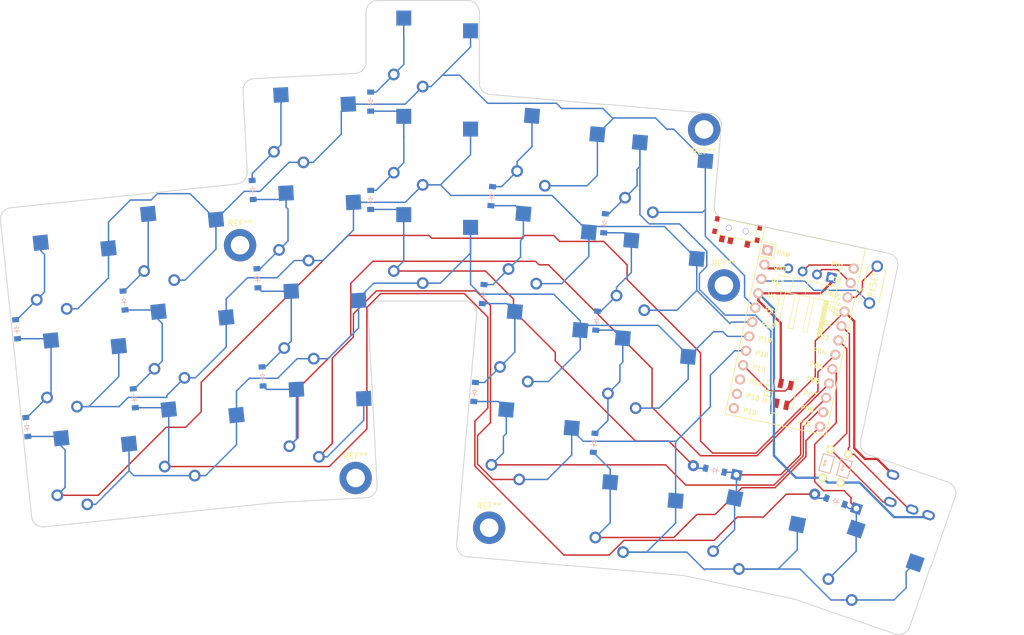
<source format=kicad_pcb>
(kicad_pcb (version 20211014) (generator pcbnew)
  (title_block (title "skyline_pcb") (rev "v1.0.0") (company "Unknown"))
  (layers (0 "F.Cu" signal) (31 "B.Cu" signal) (34 "B.Paste" user) (35 "F.Paste" user) (36 "B.SilkS" user "B.Silkscreen") (37 "F.SilkS" user "F.Silkscreen") (38 "B.Mask" user) (39 "F.Mask" user) (44 "Edge.Cuts" user))
  (net 0 "")
  (net 1 "P4")
  (net 2 "P19")
  (net 3 "P20")
  (net 4 "P21")
  (net 5 "P5")
  (net 6 "P6")
  (net 7 "P18")
  (net 8 "P7")
  (net 9 "P8")
  (net 10 "P9")
  (net 11 "RAW")
  (net 12 "GND")
  (net 13 "RST")
  (net 14 "VCC")
  (net 15 "P15")
  (net 16 "P14")
  (net 17 "P16")
  (net 18 "P10")
  (net 19 "P1")
  (net 20 "P0")
  (net 21 "P2")
  (net 22 "P3")
  (net 23 "undefined")
  (footprint "E73:SPDT_C128955" (layer "F.Cu") (at 254.194757 125.641025 -12)
    (fp_text reference "T1" hide)
    (fp_text value "" hide)
  )
  (footprint "PG1350" (layer "F.Cu") (at 181.532028 159.05791 3)
    (fp_text reference "S13" hide)
    (fp_text value "" hide)
  )
  (footprint "MountingHole:MountingHole_3.2mm_M3_DIN965_Pad_TopBottom" (layer "F.Cu") (at 248.471233 108.327154 180)
    (fp_text reference "REF**")
    (fp_text value "MountingHole_3.2mm_M3_DIN965_Pad_TopBottom")
  )
  (footprint "PG1350" (layer "F.Cu") (at 275.923471 184.133182 -19)
    (fp_text reference "S45" hide)
    (fp_text value "" hide)
  )
  (footprint "kbd:R" (layer "F.Cu") (at 269.660794 166.121763 74.5)
    (fp_text reference "**")
    (fp_text value "R" hide)
  )
  (footprint "PG1350" (layer "F.Cu") (at 199.796517 95.010842 180)
    (fp_text reference "S26" hide)
    (fp_text value "" hide)
  )
  (footprint "ComboDiode" (layer "F.Cu") (at 211.734067 119.865674 85)
    (fp_text reference "D12" hide)
    (fp_text value "" hide)
  )
  (footprint "ComboDiode" (layer "F.Cu") (at 172.099507 151.040582 93)
    (fp_text reference "D5" hide)
    (fp_text value "" hide)
  )
  (footprint "MountingHole:MountingHole_3.2mm_M3_DIN965_Pad_TopBottom" (layer "F.Cu") (at 168.206517 128.350842)
    (fp_text reference "REF**")
    (fp_text value "MountingHole_3.2mm_M3_DIN965_Pad_TopBottom")
  )
  (footprint "PG1350" (layer "F.Cu") (at 234.969044 175.552642 175)
    (fp_text reference "S42" hide)
    (fp_text value "" hide)
  )
  (footprint "ComboDiode" (layer "F.Cu") (at 149.912405 154.81593 96)
    (fp_text reference "D3" hide)
    (fp_text value "" hide)
  )
  (footprint "PG1350" (layer "F.Cu") (at 219.958995 129.117731 -5)
    (fp_text reference "S31" hide)
    (fp_text value "" hide)
  )
  (footprint "PG1350" (layer "F.Cu") (at 221.440643 112.182421 175)
    (fp_text reference "S34" hide)
    (fp_text value "" hide)
  )
  (footprint "PG1350" (layer "F.Cu") (at 240.111233 116.777154 175)
    (fp_text reference "S40" hide)
    (fp_text value "" hide)
  )
  (footprint "PG1350" (layer "F.Cu") (at 199.796517 129.010842 180)
    (fp_text reference "S22" hide)
    (fp_text value "" hide)
  )
  (footprint "ComboDiode" (layer "F.Cu") (at 148.135421 137.909057 96)
    (fp_text reference "D4" hide)
    (fp_text value "" hide)
  )
  (footprint "ComboDiode" (layer "F.Cu") (at 171.209795 134.06388 93)
    (fp_text reference "D6" hide)
    (fp_text value "" hide)
  )
  (footprint "PG1350" (layer "F.Cu") (at 216.9957 162.988351 175)
    (fp_text reference "S28" hide)
    (fp_text value "" hide)
  )
  (footprint "PG1350" (layer "F.Cu") (at 139.392279 150.391344 -174)
    (fp_text reference "S4" hide)
    (fp_text value "" hide)
  )
  (footprint "PG1350" (layer "F.Cu") (at 240.111233 116.777154 -5)
    (fp_text reference "S39" hide)
    (fp_text value "" hide)
  )
  (footprint "PG1350" (layer "F.Cu") (at 157.97461 145.421737 -174)
    (fp_text reference "S10" hide)
    (fp_text value "" hide)
  )
  (footprint "PG1350" (layer "F.Cu") (at 178.862894 108.127803 3)
    (fp_text reference "S19" hide)
    (fp_text value "" hide)
  )
  (footprint "ProMicro" (layer "F.Cu") (at 263.984509 144.465403 -102)
    (fp_text reference "MCU1" hide)
    (fp_text value "" hide)
  )
  (footprint "PG1350" (layer "F.Cu") (at 199.796517 129.010842)
    (fp_text reference "S21" hide)
    (fp_text value "" hide)
  )
  (footprint "PG1350" (layer "F.Cu") (at 199.796517 95.010842)
    (fp_text reference "S25" hide)
    (fp_text value "" hide)
  )
  (footprint "PG1350" (layer "F.Cu") (at 199.796517 112.010842)
    (fp_text reference "S23" hide)
    (fp_text value "" hide)
  )
  (footprint "PG1350" (layer "F.Cu") (at 139.392279 150.391344 6)
    (fp_text reference "S3" hide)
    (fp_text value "" hide)
  )
  (footprint "PG1350" (layer "F.Cu") (at 159.751594 162.328609 6)
    (fp_text reference "S7" hide)
    (fp_text value "" hide)
  )
  (footprint "LED_SMD:LED_SK6812MINI_PLCC4_3.5x3.5mm_P1.75mm" (layer "F.Cu") (at 262.221799 154.149531 78)
    (fp_text reference "REF**")
    (fp_text value "LED_SK6812MINI_PLCC4_3.5x3.5mm_P1.75mm")
  )
  (footprint "PG1350" (layer "F.Cu") (at 238.629585 133.712464 -5)
    (fp_text reference "S37" hide)
    (fp_text value "" hide)
  )
  (footprint "ComboDiode" (layer "F.Cu") (at 190.796517 103.510842 90)
    (fp_text reference "D9" hide)
    (fp_text value "" hide)
  )
  (footprint "MountingHole:MountingHole_3.2mm_M3_DIN965_Pad_TopBottom" (layer "F.Cu") (at 251.896517 135.310842)
    (fp_text reference "REF**")
    (fp_text value "MountingHole_3.2mm_M3_DIN965_Pad_TopBottom")
  )
  (footprint "kbd:R" (layer "F.Cu") (at 272.732437 166.953666 74.5)
    (fp_text reference "**")
    (fp_text value "R" hide)
  )
  (footprint "PG1350" (layer "F.Cu") (at 255.708661 178.590472 -12)
    (fp_text reference "S43" hide)
    (fp_text value "" hide)
  )
  (footprint "PG1350" (layer "F.Cu") (at 216.9957 162.988351 -5)
    (fp_text reference "S27" hide)
    (fp_text value "" hide)
  )
  (footprint "PG1350" (layer "F.Cu") (at 179.752605 125.104505 3)
    (fp_text reference "S17" hide)
    (fp_text value "" hide)
  )
  (footprint "ComboDiode" (layer "F.Cu") (at 231.24331 124.556256 85)
    (fp_text reference "D14" hide)
    (fp_text value "" hide)
  )
  (footprint "PG1350" (layer "F.Cu") (at 199.796517 112.010842 180)
    (fp_text reference "S24" hide)
    (fp_text value "" hide)
  )
  (footprint "ComboDiode" (layer "F.Cu") (at 250.33711 167.271945 168)
    (fp_text reference "D16" hide)
    (fp_text value "" hide)
  )
  (footprint "PG1350" (layer "F.Cu") (at 180.642317 142.081207 3)
    (fp_text reference "S15" hide)
    (fp_text value "" hide)
  )
  (footprint "PG1350" (layer "F.Cu") (at 156.197626 128.514865 -174)
    (fp_text reference "S12" hide)
    (fp_text value "" hide)
  )
  (footprint "PG1350" (layer "F.Cu") (at 141.169263 167.298216 -174)
    (fp_text reference "S2" hide)
    (fp_text value "" hide)
  )
  (footprint "MountingHole:MountingHole_3.2mm_M3_DIN965_Pad_TopBottom" (layer "F.Cu") (at 188.196517 168.610842)
    (fp_text reference "REF**")
    (fp_text value "MountingHole_3.2mm_M3_DIN965_Pad_TopBottom")
  )
  (footprint "PG1350" (layer "F.Cu") (at 218.477348 146.053041 -5)
    (fp_text reference "S29" hide)
    (fp_text value "" hide)
  )
  (footprint "PG1350" (layer "F.Cu") (at 181.532028 159.05791 -177)
    (fp_text reference "S14" hide)
    (fp_text value "" hide)
  )
  (footprint "PG1350" (layer "F.Cu") (at 137.615295 133.484472 6)
    (fp_text reference "S5" hide)
    (fp_text value "" hide)
  )
  (footprint "PG1350" (layer "F.Cu") (at 179.752605 125.104505 -177)
    (fp_text reference "S18" hide)
    (fp_text value "" hide)
  )
  (footprint "PG1350" (layer "F.Cu") (at 238.629585 133.712464 175)
    (fp_text reference "S38" hide)
    (fp_text value "" hide)
  )
  (footprint "ComboDiode" (layer "F.Cu") (at 170.384127 118.790649 93)
    (fp_text reference "D7" hide)
    (fp_text value "" hide)
  )
  (footprint "PG1350" (layer "F.Cu") (at 157.97461 145.421737 6)
    (fp_text reference "S9" hide)
    (fp_text value "" hide)
  )
  (footprint "ComboDiode" (layer "F.Cu") (at 229.870547 141.395489 85)
    (fp_text reference "D13" hide)
    (fp_text value "" hide)
  )
  (footprint "TRRS-PJ-320A-dual" (layer "F.Cu") (at 290.328663 176.084553 -109)
    (fp_text reference "REF**")
    (fp_text value "TRRS-PJ-320A-dual")
  )
  (footprint "ComboDiode" (layer "F.Cu") (at 210.252419 136.800984 85)
    (fp_text reference "D11" hide)
    (fp_text value "" hide)
  )
  (footprint "PG1350" (layer "F.Cu") (at 156.197626 128.514865 6)
    (fp_text reference "S11" hide)
    (fp_text value "" hide)
  )
  (footprint "PG1350" (layer "F.Cu") (at 180.642317 142.081207 -177)
    (fp_text reference "S16" hide)
    (fp_text value "" hide)
  )
  (footprint "kbd:ResetSW_1side" (layer "F.Cu") (at 277.735957 135.178925 -102)
    (fp_text reference "RSW1" hide)
    (fp_text value "SW_PUSH")
  )
  (footprint "PG1350" (layer "F.Cu") (at 178.862894 108.127803 -177)
    (fp_text reference "S20" hide)
    (fp_text value "" hide)
  )
  (footprint "PG1350" (layer "F.Cu") (at 159.751594 162.328609 -174)
    (fp_text reference "S8" hide)
    (fp_text value "" hide)
  )
  (footprint "ComboDiode" (layer "F.Cu") (at 208.770771 153.736294 85)
    (fp_text reference "D10" hide)
    (fp_text value "" hide)
  )
  (footprint "PG1350" (layer "F.Cu") (at 137.615295 133.484472 -174)
    (fp_text reference "S6" hide)
    (fp_text value "" hide)
  )
  (footprint "PG1350" (layer "F.Cu") (at 141.169263 167.298216 6)
    (fp_text reference "S1" hide)
    (fp_text value "" hide)
  )
  (footprint "PG1350" (layer "F.Cu") (at 237.147937 150.647774 -5)
    (fp_text reference "S35" hide)
    (fp_text value "" hide)
  )
  (footprint "Connector_PinHeader_2.54mm:PinHeader_1x04_P2.54mm_Horizontal" (layer "F.Cu") (at 270.482307 133.943202 -102)
    (fp_text reference "REF**")
    (fp_text value "PinHeader_1x04_P2.54mm_Horizontal")
  )
  (footprint "ComboDiode" (layer "F.Cu") (at 190.796517 120.510842 90)
    (fp_text reference "D8" hide)
    (fp_text value "" hide)
  )
  (footprint "PG1350" (layer "F.Cu") (at 237.147937 150.647774 175)
    (fp_text reference "S36" hide)
    (fp_text value "" hide)
  )
  (footprint "PG1350" (layer "F.Cu") (at 275.923471 184.133182 161)
    (fp_text reference "S46" hide)
    (fp_text value "" hide)
  )
  (footprint "MountingHole:MountingHole_3.2mm_M3_DIN965_Pad_TopBottom" (layer "F.Cu") (at 211.296517 177.210842)
    (fp_text reference "REF**")
    (fp_text value "MountingHole_3.2mm_M3_DIN965_Pad_TopBottom")
  )
  (footprint "ComboDiode" (layer "F.Cu") (at 271.203247 172.64381 161)
    (fp_text reference "D17" hide)
    (fp_text value "" hide)
  )
  (footprint "PG1350" (layer "F.Cu") (at 219.958995 129.117731 175)
    (fp_text reference "S32" hide)
    (fp_text value "" hide)
  )
  (footprint "PG1350" (layer "F.Cu") (at 218.477348 146.053041 175)
    (fp_text reference "S30" hide)
    (fp_text value "" hide)
  )
  (footprint "PG1350" (layer "F.Cu") (at 221.440643 112.182421 -5)
    (fp_text reference "S33" hide)
    (fp_text value "" hide)
  )
  (footprint "PG1350" (layer "F.Cu") (at 255.708661 178.590472 168)
    (fp_text reference "S44" hide)
    (fp_text value "" hide)
  )
  (footprint "ComboDiode" (layer "F.Cu") (at 229.452187 162.532452 85)
    (fp_text reference "D15" hide)
    (fp_text value "" hide)
  )
  (footprint "PG1350" (layer "F.Cu") (at 234.969044 175.552642 -5)
    (fp_text reference "S41" hide)
    (fp_text value "" hide)
  )
  (footprint "ComboDiode" (layer "F.Cu") (at 129.55309 142.878664 96)
    (fp_text reference "D2" hide)
    (fp_text value "" hide)
  )
  (footprint "ComboDiode" (layer "F.Cu") (at 131.330074 159.785536 96)
    (fp_text reference "D1" hide)
    (fp_text value "" hide)
  )
  (gr_line (start 208.017393 153.168472) (end 209.153287 140.185153) (layer "Edge.Cuts") (width 0.15))
  (gr_arc (start 276.842524 164.566368) (mid 275.752957 163.660176) (end 275.537365 162.259508) (layer "Edge.Cuts") (width 0.15))
  (gr_line (start 284.045198 194.333062) (end 287.659004 183.837805) (layer "Edge.Cuts") (width 0.15))
  (gr_line (start 244.644146 185.439702) (end 263.938993 189.540948) (layer "Edge.Cuts") (width 0.15))
  (gr_line (start 189.996517 96.634035) (end 189.996517 88.010842) (layer "Edge.Cuts") (width 0.15))
  (gr_line (start 168.709973 101.650289) (end 169.444425 115.664474) (layer "Edge.Cuts") (width 0.15))
  (gr_arc (start 207.482267 182.23243) (mid 206.124483 181.525618) (end 205.664188 180.065729) (layer "Edge.Cuts") (width 0.15))
  (gr_line (start 205.664188 180.065729) (end 207.930238 154.164667) (layer "Edge.Cuts") (width 0.15))
  (gr_line (start 190.89991 150.555981) (end 191.915227 169.929394) (layer "Edge.Cuts") (width 0.15))
  (gr_arc (start 207.160896 138.010841) (mid 208.635403 138.659698) (end 209.153287 140.185153) (layer "Edge.Cuts") (width 0.15))
  (gr_line (start 190.352748 140.115514) (end 190.847574 149.557351) (layer "Edge.Cuts") (width 0.15))
  (gr_arc (start 190.352748 140.115514) (mid 190.899257 138.63414) (end 192.350007 138.010842) (layer "Edge.Cuts") (width 0.15))
  (gr_arc (start 169.444424 115.664474) (mid 168.967972 117.068033) (end 167.656223 117.758189) (layer "Edge.Cuts") (width 0.15))
  (gr_line (start 174.547688 172.842333) (end 190.02264 172.031325) (layer "Edge.Cuts") (width 0.15))
  (gr_line (start 207.482266 182.23243) (end 224.716435 183.740224) (layer "Edge.Cuts") (width 0.15))
  (gr_arc (start 251.810386 123.68005) (mid 250.618452 122.913428) (end 250.23382 121.549444) (layer "Edge.Cuts") (width 0.15))
  (gr_line (start 231.688894 104.044648) (end 231.693252 103.994839) (layer "Edge.Cuts") (width 0.15))
  (gr_line (start 209.596517 100.279153) (end 209.596517 88.010842) (layer "Edge.Cuts") (width 0.15))
  (gr_arc (start 290.648371 169.320103) (mid 291.794841 170.334392) (end 291.888272 171.862276) (layer "Edge.Cuts") (width 0.15))
  (gr_line (start 126.771432 124.066371) (end 132.154648 175.284248) (layer "Edge.Cuts") (width 0.15))
  (gr_line (start 287.753556 183.870362) (end 291.888272 171.862276) (layer "Edge.Cuts") (width 0.15))
  (gr_line (start 224.719049 183.710338) (end 244.642943 185.453453) (layer "Edge.Cuts") (width 0.15))
  (gr_line (start 264.174306 189.606206) (end 281.503024 195.572962) (layer "Edge.Cuts") (width 0.15))
  (gr_line (start 244.644146 185.439702) (end 244.642943 185.453453) (layer "Edge.Cuts") (width 0.15))
  (gr_arc (start 280.401256 129.757228) (mid 281.662804 130.624236) (end 281.941728 132.129346) (layer "Edge.Cuts") (width 0.15))
  (gr_arc (start 249.624757 105.563642) (mid 250.982553 106.270448) (end 251.442834 107.730343) (layer "Edge.Cuts") (width 0.15))
  (gr_line (start 170.60256 99.548358) (end 188.101189 98.631294) (layer "Edge.Cuts") (width 0.15))
  (gr_line (start 145.756647 120.059927) (end 167.656223 117.758189) (layer "Edge.Cuts") (width 0.15))
  (gr_line (start 207.930238 154.164667) (end 208.017393 153.168472) (layer "Edge.Cuts") (width 0.15))
  (gr_line (start 151.557977 175.255893) (end 174.443303 172.850548) (layer "Edge.Cuts") (width 0.15))
  (gr_line (start 211.422205 102.271543) (end 231.688894 104.044648) (layer "Edge.Cuts") (width 0.15))
  (gr_arc (start 134.352748 177.064234) (mid 132.885051 176.629488) (end 132.154648 175.284248) (layer "Edge.Cuts") (width 0.15))
  (gr_arc (start 284.045198 194.333062) (mid 283.030904 195.479513) (end 281.503024 195.572962) (layer "Edge.Cuts") (width 0.15))
  (gr_line (start 224.719049 183.710338) (end 224.716435 183.740224) (layer "Edge.Cuts") (width 0.15))
  (gr_arc (start 174.443303 172.850548) (mid 174.495442 172.845757) (end 174.547688 172.842333) (layer "Edge.Cuts") (width 0.15))
  (gr_line (start 231.693252 103.994839) (end 249.624756 105.563642) (layer "Edge.Cuts") (width 0.15))
  (gr_line (start 280.401256 129.757227) (end 251.810386 123.68005) (layer "Edge.Cuts") (width 0.15))
  (gr_line (start 128.551419 121.86827) (end 145.756647 120.059928) (layer "Edge.Cuts") (width 0.15))
  (gr_line (start 134.352748 177.064235) (end 151.557977 175.255893) (layer "Edge.Cuts") (width 0.15))
  (gr_line (start 275.537365 162.259508) (end 281.941728 132.129346) (layer "Edge.Cuts") (width 0.15))
  (gr_line (start 190.847574 149.557351) (end 190.89991 150.555981) (layer "Edge.Cuts") (width 0.15))
  (gr_arc (start 189.996517 96.634035) (mid 189.447233 98.010697) (end 188.101189 98.631294) (layer "Edge.Cuts") (width 0.15))
  (gr_line (start 191.996517 86.010842) (end 207.596517 86.010842) (layer "Edge.Cuts") (width 0.15))
  (gr_arc (start 168.709973 101.650289) (mid 169.220953 100.207386) (end 170.60256 99.548358) (layer "Edge.Cuts") (width 0.15))
  (gr_line (start 192.350007 138.010842) (end 207.160897 138.010842) (layer "Edge.Cuts") (width 0.15))
  (gr_arc (start 189.996517 88.010842) (mid 190.582268 86.596575) (end 191.996517 86.010842) (layer "Edge.Cuts") (width 0.15))
  (gr_line (start 250.23382 121.549444) (end 251.442834 107.730343) (layer "Edge.Cuts") (width 0.15))
  (gr_arc (start 263.938993 189.540948) (mid 264.057646 189.569982) (end 264.174306 189.606206) (layer "Edge.Cuts") (width 0.15))
  (gr_line (start 287.659004 183.837805) (end 287.753556 183.870362) (layer "Edge.Cuts") (width 0.15))
  (gr_arc (start 191.915227 169.929394) (mid 191.404245 171.372306) (end 190.02264 172.031325) (layer "Edge.Cuts") (width 0.15))
  (gr_arc (start 207.596517 86.010842) (mid 209.010728 86.596615) (end 209.596517 88.010842) (layer "Edge.Cuts") (width 0.15))
  (gr_arc (start 126.771432 124.066371) (mid 127.206185 122.598675) (end 128.551419 121.86827) (layer "Edge.Cuts") (width 0.15))
  (gr_line (start 290.648371 169.320103) (end 276.842523 164.566368) (layer "Edge.Cuts") (width 0.15))
  (gr_arc (start 211.422206 102.271542) (mid 210.121989 101.630318) (end 209.596517 100.279153) (layer "Edge.Cuts") (width 0.15))
  (segment (start 257.434069 164.308216) (end 268.156026 153.586259) (width 0.25) (layer "F.Cu") (net 1))
  (segment (start 158.787973 159.839506) (end 161.489263 157.138216) (width 0.25) (layer "F.Cu") (net 1))
  (segment (start 222.449263 126.658216) (end 223.483828 127.692781) (width 0.25) (layer "F.Cu") (net 1))
  (segment (start 161.489263 157.138216) (end 161.489263 152.058216) (width 0.25) (layer "F.Cu") (net 1))
  (segment (start 217.369263 126.658216) (end 222.449263 126.658216) (width 0.25) (layer "F.Cu") (net 1))
  (segment (start 235.149263 134.278216) (end 247.849263 146.978216) (width 0.25) (layer "F.Cu") (net 1))
  (segment (start 268.156026 153.586259) (end 268.156026 150.279424) (width 0.25) (layer "F.Cu") (net 1))
  (segment (start 235.149263 131.738216) (end 235.149263 134.278216) (width 0.25) (layer "F.Cu") (net 1))
  (segment (start 247.849263 146.978216) (end 247.849263 162.218216) (width 0.25) (layer "F.Cu") (net 1))
  (segment (start 136.593862 171.600042) (end 143.673997 171.600042) (width 0.25) (layer "F.Cu") (net 1))
  (segment (start 216.891636 127.135843) (end 217.369263 126.658216) (width 0.25) (layer "F.Cu") (net 1))
  (segment (start 247.849263 162.218216) (end 249.939263 164.308216) (width 0.25) (layer "F.Cu") (net 1))
  (segment (start 268.156026 150.279424) (end 271.143512 147.291938) (width 0.25) (layer "F.Cu") (net 1))
  (segment (start 155.434533 159.839506) (end 158.787973 159.839506) (width 0.25) (layer "F.Cu") (net 1))
  (segment (start 271.143512 147.291938) (end 271.173946 147.291938) (width 0.25) (layer "F.Cu") (net 1))
  (segment (start 249.939263 164.308216) (end 257.434069 164.308216) (width 0.25) (layer "F.Cu") (net 1))
  (segment (start 201.368215 127.135843) (end 216.891636 127.135843) (width 0.25) (layer "F.Cu") (net 1))
  (segment (start 186.889263 126.658216) (end 200.890588 126.658216) (width 0.25) (layer "F.Cu") (net 1))
  (segment (start 143.673997 171.600042) (end 155.434533 159.839506) (width 0.25) (layer "F.Cu") (net 1))
  (segment (start 161.489263 152.058216) (end 186.889263 126.658216) (width 0.25) (layer "F.Cu") (net 1))
  (segment (start 231.103828 127.692781) (end 235.149263 131.738216) (width 0.25) (layer "F.Cu") (net 1))
  (segment (start 223.483828 127.692781) (end 231.103828 127.692781) (width 0.25) (layer "F.Cu") (net 1))
  (segment (start 200.890588 126.658216) (end 201.368215 127.135843) (width 0.25) (layer "F.Cu") (net 1))
  (segment (start 136.593862 171.600042) (end 137.940863 170.253041) (width 0.25) (layer "B.Cu") (net 1))
  (segment (start 137.940863 163.766539) (end 137.290259 163.115935) (width 0.25) (layer "B.Cu") (net 1))
  (segment (start 137.940863 170.253041) (end 137.940863 163.766539) (width 0.25) (layer "B.Cu") (net 1))
  (segment (start 131.502546 161.426497) (end 136.993615 161.426497) (width 0.25) (layer "B.Cu") (net 1))
  (segment (start 129.588489 141.237703) (end 133.039894 137.786298) (width 0.25) (layer "B.Cu") (net 1))
  (segment (start 134.816878 154.69317) (end 135.513275 153.996773) (width 0.25) (layer "B.Cu") (net 1))
  (segment (start 133.736291 129.302191) (end 133.736291 127.909397) (width 0.25) (layer "B.Cu") (net 1))
  (segment (start 129.380618 141.237703) (end 129.588489 141.237703) (width 0.25) (layer "B.Cu") (net 1))
  (segment (start 136.993615 161.426497) (end 137.290259 161.723141) (width 0.25) (layer "B.Cu") (net 1))
  (segment (start 135.513275 153.996773) (end 135.513275 144.816269) (width 0.25) (layer "B.Cu") (net 1))
  (segment (start 134.386895 136.439297) (end 134.386895 129.952795) (width 0.25) (layer "B.Cu") (net 1))
  (segment (start 135.216631 144.519625) (end 135.513275 144.816269) (width 0.25) (layer "B.Cu") (net 1))
  (segment (start 131.365473 158.144575) (end 134.816878 154.69317) (width 0.25) (layer "B.Cu") (net 1))
  (segment (start 137.290259 163.115935) (end 137.290259 161.723141) (width 0.25) (layer "B.Cu") (net 1))
  (segment (start 134.386895 129.952795) (end 133.736291 129.302191) (width 0.25) (layer "B.Cu") (net 1))
  (segment (start 129.725562 144.519625) (end 135.216631 144.519625) (width 0.25) (layer "B.Cu") (net 1))
  (segment (start 133.039894 137.786298) (end 134.386895 136.439297) (width 0.25) (layer "B.Cu") (net 1))
  (segment (start 131.157602 158.144575) (end 131.365473 158.144575) (width 0.25) (layer "B.Cu") (net 1))
  (segment (start 227.047693 143.038525) (end 227.872589 142.213629) (width 0.25) (layer "B.Cu") (net 2))
  (segment (start 236.633718 156.525323) (end 240.696187 156.525323) (width 0.25) (layer "B.Cu") (net 2))
  (segment (start 227.872589 142.213629) (end 240.544676 142.213629) (width 0.25) (layer "B.Cu") (net 2))
  (segment (start 191.336637 134.910842) (end 189.429263 136.818216) (width 0.25) (layer "B.Cu") (net 2))
  (segment (start 149.821472 168.196288) (end 160.368312 168.196288) (width 0.25) (layer "B.Cu") (net 2))
  (segment (start 227.047693 141.416646) (end 222.449263 136.818216) (width 0.25) (layer "B.Cu") (net 2))
  (segment (start 160.368312 168.196288) (end 162.246249 168.196288) (width 0.25) (layer "B.Cu") (net 2))
  (segment (start 180.951099 147.973121) (end 183.422388 147.973121) (width 0.25) (layer "B.Cu") (net 2))
  (segment (start 143.222821 173.165895) (end 149.00695 167.381766) (width 0.25) (layer "B.Cu") (net 2))
  (segment (start 188.709717 142.685792) (end 188.709717 137.903266) (width 0.25) (layer "B.Cu") (net 2))
  (segment (start 245.718282 147.387235) (end 245.718282 147.633258) (width 0.25) (layer "B.Cu") (net 2))
  (segment (start 252.549251 144.123363) (end 256.266976 144.123363) (width 0.25) (layer "B.Cu") (net 2))
  (segment (start 174.685452 151.370904) (end 178.083235 147.973121) (width 0.25) (layer "B.Cu") (net 2))
  (segment (start 149.00695 167.381766) (end 149.00695 162.703786) (width 0.25) (layer "B.Cu") (net 2))
  (segment (start 167.589281 157.734179) (end 167.589281 153.578198) (width 0.25) (layer "B.Cu") (net 2))
  (segment (start 240.544676 142.213629) (end 245.718282 147.387235) (width 0.25) (layer "B.Cu") (net 2))
  (segment (start 183.422388 147.973121) (end 188.709717 142.685792) (width 0.25) (layer "B.Cu") (net 2))
  (segment (start 209.749263 136.818216) (end 208.071517 135.14047) (width 0.25) (layer "B.Cu") (net 2))
  (segment (start 199.796517 134.910842) (end 191.336637 134.910842) (width 0.25) (layer "B.Cu") (net 2))
  (segment (start 221.531867 151.93059) (end 227.047693 146.414764) (width 0.25) (layer "B.Cu") (net 2))
  (segment (start 199.796517 134.910842) (end 202.863888 134.910842) (width 0.25) (layer "B.Cu") (net 2))
  (segment (start 222.449263 136.818216) (end 209.749263 136.818216) (width 0.25) (layer "B.Cu") (net 2))
  (segment (start 169.796575 151.370904) (end 174.685452 151.370904) (width 0.25) (layer "B.Cu") (net 2))
  (segment (start 208.071517 129.703213) (end 208.071517 125.260842) (width 0.25) (layer "B.Cu") (net 2))
  (segment (start 149.00695 167.381766) (end 149.821472 168.196288) (width 0.25) (layer "B.Cu") (net 2))
  (segment (start 167.589281 162.853256) (end 167.589281 157.734179) (width 0.25) (layer "B.Cu") (net 2))
  (segment (start 141.785981 173.165895) (end 143.222821 173.165895) (width 0.25) (layer "B.Cu") (net 2))
  (segment (start 162.246249 168.196288) (end 167.589281 162.853256) (width 0.25) (layer "B.Cu") (net 2))
  (segment (start 202.863888 134.910842) (end 208.071517 129.703213) (width 0.25) (layer "B.Cu") (net 2))
  (segment (start 251.743246 143.317358) (end 252.549251 144.123363) (width 0.25) (layer "B.Cu") (net 2))
  (segment (start 245.780029 147.633258) (end 250.095929 143.317358) (width 0.25) (layer "B.Cu") (net 2))
  (segment (start 227.047693 146.414764) (end 227.047693 143.038525) (width 0.25) (layer "B.Cu") (net 2))
  (segment (start 240.696187 156.525323) (end 245.718282 151.503228) (width 0.25) (layer "B.Cu") (net 2))
  (segment (start 227.047693 143.038525) (end 227.047693 141.416646) (width 0.25) (layer "B.Cu") (net 2))
  (segment (start 178.083235 147.973121) (end 180.951099 147.973121) (width 0.25) (layer "B.Cu") (net 2))
  (segment (start 208.071517 135.14047) (end 208.071517 125.260842) (width 0.25) (layer "B.Cu") (net 2))
  (segment (start 245.718282 151.503228) (end 245.718282 147.633258) (width 0.25) (layer "B.Cu") (net 2))
  (segment (start 167.589281 153.578198) (end 169.796575 151.370904) (width 0.25) (layer "B.Cu") (net 2))
  (segment (start 245.718282 147.633258) (end 245.780029 147.633258) (width 0.25) (layer "B.Cu") (net 2))
  (segment (start 250.095929 143.317358) (end 251.743246 143.317358) (width 0.25) (layer "B.Cu") (net 2))
  (segment (start 217.963129 151.93059) (end 221.531867 151.93059) (width 0.25) (layer "B.Cu") (net 2))
  (segment (start 155.55828 154.322464) (end 158.591328 151.289416) (width 0.25) (layer "B.Cu") (net 3))
  (segment (start 147.284012 156.259023) (end 148.877499 154.665536) (width 0.25) (layer "B.Cu") (net 3))
  (segment (start 228.52934 126.103215) (end 222.1629 119.736775) (width 0.25) (layer "B.Cu") (net 3))
  (segment (start 174.593935 133.982566) (end 177.580082 130.996419) (width 0.25) (layer "B.Cu") (net 3))
  (segment (start 142.048456 156.259023) (end 147.229966 151.077513) (width 0.25) (layer "B.Cu") (net 3))
  (segment (start 247.19993 136.168883) (end 252.929263 141.898216) (width 0.25) (layer "B.Cu") (net 3))
  (segment (start 180.061387 130.996419) (end 182.55106 130.996419) (width 0.25) (layer "B.Cu") (net 3))
  (segment (start 160.469265 151.289416) (end 165.812297 145.946384) (width 0.25) (layer "B.Cu") (net 3))
  (segment (start 187.820005 120.926564) (end 196.780795 120.926564) (width 0.25) (layer "B.Cu") (net 3))
  (segment (start 223.824366 134.99528) (end 219.444776 134.99528) (width 0.25) (layer "B.Cu") (net 3))
  (segment (start 208.071517 108.260842) (end 208.071517 112.703213) (width 0.25) (layer "B.Cu") (net 3))
  (segment (start 238.115366 139.590013) (end 243.7788 139.590013) (width 0.25) (layer "B.Cu") (net 3))
  (segment (start 204.689821 119.736775) (end 202.863888 117.910842) (width 0.25) (layer "B.Cu") (net 3))
  (segment (start 229.519297 125.113258) (end 228.52934 126.103215) (width 0.25) (layer "B.Cu") (net 3))
  (segment (start 243.7788 139.590013) (end 247.19993 136.168883) (width 0.25) (layer "B.Cu") (net 3))
  (segment (start 247.19993 130.697948) (end 247.19993 136.168883) (width 0.25) (layer "B.Cu") (net 3))
  (segment (start 158.591328 151.289416) (end 160.469265 151.289416) (width 0.25) (layer "B.Cu") (net 3))
  (segment (start 222.1629 119.736775) (end 204.689821 119.736775) (width 0.25) (layer "B.Cu") (net 3))
  (segment (start 169.468951 133.982566) (end 174.593935 133.982566) (width 0.25) (layer "B.Cu") (net 3))
  (segment (start 208.071517 112.703213) (end 202.863888 117.910842) (width 0.25) (layer "B.Cu") (net 3))
  (segment (start 165.812297 137.63922) (end 169.468951 133.982566) (width 0.25) (layer "B.Cu") (net 3))
  (segment (start 148.877499 154.665536) (end 155.55828 154.665536) (width 0.25) (layer "B.Cu") (net 3))
  (segment (start 241.61524 125.113258) (end 229.519297 125.113258) (width 0.25) (layer "B.Cu") (net 3))
  (segment (start 155.55828 154.665536) (end 155.55828 154.322464) (width 0.25) (layer "B.Cu") (net 3))
  (segment (start 140.008997 156.259023) (end 147.284012 156.259023) (width 0.25) (layer "B.Cu") (net 3))
  (segment (start 177.580082 130.996419) (end 180.061387 130.996419) (width 0.25) (layer "B.Cu") (net 3))
  (segment (start 187.820005 125.727474) (end 187.820005 120.926564) (width 0.25) (layer "B.Cu") (net 3))
  (segment (start 140.008997 156.259023) (end 142.048456 156.259023) (width 0.25) (layer "B.Cu") (net 3))
  (segment (start 196.780795 120.926564) (end 199.796517 117.910842) (width 0.25) (layer "B.Cu") (net 3))
  (segment (start 182.55106 130.996419) (end 187.820005 125.727474) (width 0.25) (layer "B.Cu") (net 3))
  (segment (start 247.19993 130.697948) (end 241.61524 125.113258) (width 0.25) (layer "B.Cu") (net 3))
  (segment (start 165.812297 145.946384) (end 165.812297 140.827307) (width 0.25) (layer "B.Cu") (net 3))
  (segment (start 228.52934 126.103215) (end 228.52934 130.290306) (width 0.25) (layer "B.Cu") (net 3))
  (segment (start 202.863888 117.910842) (end 199.796517 117.910842) (width 0.25) (layer "B.Cu") (net 3))
  (segment (start 253.188611 141.638868) (end 256.795072 141.638868) (width 0.25) (layer "B.Cu") (net 3))
  (segment (start 228.52934 130.290306) (end 223.824366 134.99528) (width 0.25) (layer "B.Cu") (net 3))
  (segment (start 147.229966 151.077513) (end 147.229966 145.796914) (width 0.25) (layer "B.Cu") (net 3))
  (segment (start 165.812297 140.827307) (end 165.812297 137.63922) (width 0.25) (layer "B.Cu") (net 3))
  (segment (start 252.929263 141.898216) (end 253.188611 141.638868) (width 0.25) (layer "B.Cu") (net 3))
  (segment (start 203.19004 98.954158) (end 208.071517 94.072682) (width 0.25) (layer "B.Cu") (net 4))
  (segment (start 159.54615 119.431272) (end 153.910965 119.431272) (width 0.25) (layer "B.Cu") (net 4))
  (segment (start 248.681578 113.762638) (end 243.196475 108.277535) (width 0.25) (layer "B.Cu") (net 4))
  (segment (start 206.190317 98.954158) (end 203.19004 98.954158) (width 0.25) (layer "B.Cu") (net 4))
  (segment (start 248.681578 126.809086) (end 255.469263 133.596771) (width 0.25) (layer "B.Cu") (net 4))
  (segment (start 158.692281 134.382544) (end 164.035313 129.039512) (width 0.25) (layer "B.Cu") (net 4))
  (segment (start 239.597014 122.654703) (end 248.195201 122.654703) (width 0.25) (layer "B.Cu") (net 4))
  (segment (start 232.72497 106.453923) (end 230.967991 104.696944) (width 0.25) (layer "B.Cu") (net 4))
  (segment (start 179.171676 114.019717) (end 176.667762 114.019717) (width 0.25) (layer "B.Cu") (net 4))
  (segment (start 149.243568 120.529483) (end 145.452982 124.320069) (width 0.25) (layer "B.Cu") (net 4))
  (segment (start 153.910965 119.431272) (end 152.812754 120.529483) (width 0.25) (layer "B.Cu") (net 4))
  (segment (start 168.917532 119.038216) (end 164.035313 123.920435) (width 0.25) (layer "B.Cu") (net 4))
  (segment (start 185.720799 109.136427) (end 185.720799 105.159357) (width 0.25) (layer "B.Cu") (net 4))
  (segment (start 164.035313 123.920435) (end 159.54615 119.431272) (width 0.25) (layer "B.Cu") (net 4))
  (segment (start 230.967991 104.696944) (end 223.834221 104.696944) (width 0.25) (layer "B.Cu") (net 4))
  (segment (start 232.840677 106.338216) (end 232.72497 106.453923) (width 0.25) (layer "B.Cu") (net 4))
  (segment (start 171.649263 119.038216) (end 168.917532 119.038216) (width 0.25) (layer "B.Cu") (net 4))
  (segment (start 140.10995 139.352151) (end 145.452982 134.009119) (width 0.25) (layer "B.Cu") (net 4))
  (segment (start 248.195201 122.654703) (end 248.681578 122.168326) (width 0.25) (layer "B.Cu") (net 4))
  (segment (start 241.995772 108.277535) (end 240.056453 106.338216) (width 0.25) (layer "B.Cu") (net 4))
  (segment (start 138.232013 139.352151) (end 140.10995 139.352151) (width 0.25) (layer "B.Cu") (net 4))
  (segment (start 179.171676 114.019717) (end 180.837509 114.019717) (width 0.25) (layer "B.Cu") (net 4))
  (segment (start 208.071517 94.072682) (end 208.071517 91.260842) (width 0.25) (layer "B.Cu") (net 4))
  (segment (start 243.196475 108.277535) (end 241.995772 108.277535) (width 0.25) (layer "B.Cu") (net 4))
  (segment (start 228.221769 118.05997) (end 230.010988 116.270751) (width 0.25) (layer "B.Cu") (net 4))
  (segment (start 201.233357 100.910842) (end 203.19004 98.954158) (width 0.25) (layer "B.Cu") (net 4))
  (segment (start 248.681578 113.762638) (end 248.681578 122.168326) (width 0.25) (layer "B.Cu") (net 4))
  (segment (start 223.834221 104.696944) (end 222.935493 103.798216) (width 0.25) (layer "B.Cu") (net 4))
  (segment (start 232.72497 106.453923) (end 230.010988 109.167905) (width 0.25) (layer "B.Cu") (net 4))
  (segment (start 255.469263 133.596771) (end 255.469263 137.300469) (width 0.25) (layer "B.Cu") (net 4))
  (segment (start 176.667762 114.019717) (end 171.649263 119.038216) (width 0.25) (layer "B.Cu") (net 4))
  (segment (start 248.681578 122.168326) (end 248.681578 126.809086) (width 0.25) (layer "B.Cu") (net 4))
  (segment (start 196.757497 103.949862) (end 199.796517 100.910842) (width 0.25) (layer "B.Cu") (net 4))
  (segment (start 186.930294 103.949862) (end 196.757497 103.949862) (width 0.25) (layer "B.Cu") (net 4))
  (segment (start 145.452982 124.320069) (end 145.452982 128.890042) (width 0.25) (layer "B.Cu") (net 4))
  (segment (start 145.452982 134.009119) (end 145.452982 128.890042) (width 0.25) (layer "B.Cu") (net 4))
  (segment (start 156.814344 134.382544) (end 158.692281 134.382544) (width 0.25) (layer "B.Cu") (net 4))
  (segment (start 240.056453 106.338216) (end 232.840677 106.338216) (width 0.25) (layer "B.Cu") (net 4))
  (segment (start 255.469263 137.300469) (end 257.323168 139.154374) (width 0.25) (layer "B.Cu") (net 4))
  (segment (start 164.035313 129.039512) (end 164.035313 123.920435) (width 0.25) (layer "B.Cu") (net 4))
  (segment (start 199.796517 100.910842) (end 201.233357 100.910842) (width 0.25) (layer "B.Cu") (net 4))
  (segment (start 220.926424 118.05997) (end 228.221769 118.05997) (width 0.25) (layer "B.Cu") (net 4))
  (segment (start 206.190317 98.954158) (end 211.034375 103.798216) (width 0.25) (layer "B.Cu") (net 4))
  (segment (start 185.720799 105.159357) (end 186.930294 103.949862) (width 0.25) (layer "B.Cu") (net 4))
  (segment (start 152.812754 120.529483) (end 149.243568 120.529483) (width 0.25) (layer "B.Cu") (net 4))
  (segment (start 180.837509 114.019717) (end 185.720799 109.136427) (width 0.25) (layer "B.Cu") (net 4))
  (segment (start 230.010988 116.270751) (end 230.010988 109.167905) (width 0.25) (layer "B.Cu") (net 4))
  (segment (start 222.935493 103.798216) (end 211.034375 103.798216) (width 0.25) (layer "B.Cu") (net 4))
  (segment (start 183.642872 166.630435) (end 190.142325 160.130982) (width 0.25) (layer "F.Cu") (net 5))
  (segment (start 208.825159 158.778148) (end 208.825159 166.546922) (width 0.25) (layer "F.Cu") (net 5))
  (segment (start 206.975584 136.704079) (end 211.065772 140.794267) (width 0.25) (layer "F.Cu") (net 5))
  (segment (start 273.884304 172.962856) (end 274.805673 173.884225) (width 0.25) (layer "F.Cu") (net 5))
  (segment (start 273.884304 172.009078) (end 273.884304 172.962856) (width 0.25) (layer "F.Cu") (net 5))
  (segment (start 267.600821 169.269774) (end 269.124267 170.79322) (width 0.25) (layer "F.Cu") (net 5))
  (segment (start 267.600821 162.786658) (end 267.600821 169.269774) (width 0.25) (layer "F.Cu") (net 5))
  (segment (start 208.825159 166.546922) (end 224.215772 181.937535) (width 0.25) (layer "F.Cu") (net 5))
  (segment (start 155.176193 166.630435) (end 183.642872 166.630435) (width 0.25) (layer "F.Cu") (net 5))
  (segment (start 234.59102 179.397535) (end 250.197558 179.397535) (width 0.25) (layer "F.Cu") (net 5))
  (segment (start 262.689912 171.403395) (end 267.600821 171.403395) (width 0.25) (layer "F.Cu") (net 5))
  (segment (start 224.215772 181.937535) (end 232.05102 181.937535) (width 0.25) (layer "F.Cu") (net 5))
  (segment (start 271.319054 159.068425) (end 267.600821 162.786658) (width 0.25) (layer "F.Cu") (net 5))
  (segment (start 272.668446 170.79322) (end 273.884304 172.009078) (width 0.25) (layer "F.Cu") (net 5))
  (segment (start 192.544964 136.704079) (end 206.975584 136.704079) (width 0.25) (layer "F.Cu") (net 5))
  (segment (start 211.065772 140.794267) (end 211.065772 156.537535) (width 0.25) (layer "F.Cu") (net 5))
  (segment (start 258.73173 175.361577) (end 262.689912 171.403395) (width 0.25) (layer "F.Cu") (net 5))
  (segment (start 271.319054 150.449636) (end 271.319054 159.068425) (width 0.25) (layer "F.Cu") (net 5))
  (segment (start 250.197558 179.397535) (end 254.233516 175.361577) (width 0.25) (layer "F.Cu") (net 5))
  (segment (start 190.142325 139.106718) (end 192.544964 136.704079) (width 0.25) (layer "F.Cu") (net 5))
  (segment (start 254.233516 175.361577) (end 258.73173 175.361577) (width 0.25) (layer "F.Cu") (net 5))
  (segment (start 211.065772 156.537535) (end 208.825159 158.778148) (width 0.25) (layer "F.Cu") (net 5))
  (segment (start 232.05102 181.937535) (end 234.59102 179.397535) (width 0.25) (layer "F.Cu") (net 5))
  (segment (start 270.64585 149.776432) (end 271.319054 150.449636) (width 0.25) (layer "F.Cu") (net 5))
  (segment (start 190.142325 160.130982) (end 190.142325 139.106718) (width 0.25) (layer "F.Cu") (net 5))
  (segment (start 269.124267 170.79322) (end 272.668446 170.79322) (width 0.25) (layer "F.Cu") (net 5))
  (segment (start 269.958719 186.098312) (end 274.764028 181.293003) (width 0.25) (layer "B.Cu") (net 5))
  (segment (start 148.307893 139.550018) (end 153.798962 139.550018) (width 0.25) (layer "B.Cu") (net 5))
  (segment (start 274.805673 173.884225) (end 273.466581 173.884225) (width 0.25) (layer "B.Cu") (net 5))
  (segment (start 274.805673 173.884225) (end 274.805673 177.399466) (width 0.25) (layer "B.Cu") (net 5))
  (segment (start 149.739933 153.174969) (end 149.947803 153.174969) (width 0.25) (layer "B.Cu") (net 5))
  (segment (start 154.74621 141.89006) (end 154.095606 141.239456) (width 0.25) (layer "B.Cu") (net 5))
  (segment (start 274.764028 181.293003) (end 274.764028 177.441111) (width 0.25) (layer "B.Cu") (net 5))
  (segment (start 274.805673 177.399466) (end 274.764028 177.441111) (width 0.25) (layer "B.Cu") (net 5))
  (segment (start 148.17082 136.268096) (end 151.622225 132.816691) (width 0.25) (layer "B.Cu") (net 5))
  (segment (start 151.622225 132.816691) (end 152.318622 132.120294) (width 0.25) (layer "B.Cu") (net 5))
  (segment (start 155.575947 156.456891) (end 155.87259 156.753534) (width 0.25) (layer "B.Cu") (net 5))
  (segment (start 152.318622 132.120294) (end 152.318622 122.93979) (width 0.25) (layer "B.Cu") (net 5))
  (segment (start 155.176193 166.630435) (end 155.87259 165.934038) (width 0.25) (layer "B.Cu") (net 5))
  (segment (start 155.87259 165.934038) (end 155.87259 156.753534) (width 0.25) (layer "B.Cu") (net 5))
  (segment (start 269.643141 172.106623) (end 268.304049 172.106623) (width 0.25) (layer "B.Cu") (net 5))
  (segment (start 153.399209 149.723563) (end 154.74621 148.376562) (width 0.25) (layer "B.Cu") (net 5))
  (segment (start 150.084877 156.456891) (end 155.575947 156.456891) (width 0.25) (layer "B.Cu") (net 5))
  (segment (start 147.962949 136.268096) (end 148.17082 136.268096) (width 0.25) (layer "B.Cu") (net 5))
  (segment (start 273.466581 173.884225) (end 272.763353 173.180997) (width 0.25) (layer "B.Cu") (net 5))
  (segment (start 154.095606 141.239456) (end 154.095606 139.846662) (width 0.25) (layer "B.Cu") (net 5))
  (segment (start 153.798962 139.550018) (end 154.095606 139.846662) (width 0.25) (layer "B.Cu") (net 5))
  (segment (start 154.74621 148.376562) (end 154.74621 141.89006) (width 0.25) (layer "B.Cu") (net 5))
  (segment (start 268.304049 172.106623) (end 267.600821 171.403395) (width 0.25) (layer "B.Cu") (net 5))
  (segment (start 149.947803 153.174969) (end 153.399209 149.723563) (width 0.25) (layer "B.Cu") (net 5))
  (segment (start 247.849263 164.758216) (end 257.620465 164.758216) (width 0.25) (layer "F.Cu") (net 6))
  (segment (start 219.297539 131.126492) (end 219.909263 131.738216) (width 0.25) (layer "F.Cu") (net 6))
  (segment (start 219.909263 131.738216) (end 221.542835 131.738216) (width 0.25) (layer "F.Cu") (net 6))
  (segment (start 187.36068 134.93111) (end 191.165298 131.126492) (width 0.25) (layer "F.Cu") (net 6))
  (segment (start 187.36068 144.034829) (end 187.36068 134.93111) (width 0.25) (layer "F.Cu") (net 6))
  (segment (start 178.208129 161.64401) (end 178.208129 153.18738) (width 0.25) (layer "F.Cu") (net 6))
  (segment (start 239.462531 149.657912) (end 239.462531 156.371484) (width 0.25) (layer "F.Cu") (net 6))
  (segment (start 221.542835 131.738216) (end 239.462531 149.657912) (width 0.25) (layer "F.Cu") (net 6))
  (segment (start 239.462531 156.371484) (end 247.849263 164.758216) (width 0.25) (layer "F.Cu") (net 6))
  (segment (start 257.620465 164.758216) (end 270.117754 152.260927) (width 0.25) (layer "F.Cu") (net 6))
  (segment (start 191.165298 131.126492) (end 219.297539 131.126492) (width 0.25) (layer "F.Cu") (net 6))
  (segment (start 178.208129 153.18738) (end 187.36068 144.034829) (width 0.25) (layer "F.Cu") (net 6))
  (segment (start 176.737757 163.114382) (end 178.208129 161.64401) (width 0.25) (layer "F.Cu") (net 6))
  (segment (start 172.013153 149.392843) (end 172.592882 149.392843) (width 0.25) (layer "B.Cu") (net 6))
  (segment (start 172.185861 152.688321) (end 172.785005 153.287465) (width 0.25) (layer "B.Cu") (net 6))
  (segment (start 176.737757 163.114382) (end 177.950117 161.902022) (width 0.25) (layer "B.Cu") (net 6))
  (segment (start 172.785005 153.287465) (end 177.950117 153.287465) (width 0.25) (layer "B.Cu") (net 6))
  (segment (start 176.501613 127.617698) (end 176.501613 122.089699) (width 0.25) (layer "B.Cu") (net 6))
  (segment (start 176.170694 121.75878) (end 176.170694 119.33406) (width 0.25) (layer "B.Cu") (net 6))
  (segment (start 171.70317 132.416141) (end 174.958334 129.160977) (width 0.25) (layer "B.Cu") (net 6))
  (segment (start 171.895292 136.310762) (end 171.296149 135.711619) (width 0.25) (layer "B.Cu") (net 6))
  (segment (start 174.068623 112.184275) (end 175.280983 110.971915) (width 0.25) (layer "B.Cu") (net 6))
  (segment (start 174.958334 129.160977) (end 176.501613 127.617698) (width 0.25) (layer "B.Cu") (net 6))
  (segment (start 171.123441 132.416141) (end 171.70317 132.416141) (width 0.25) (layer "B.Cu") (net 6))
  (segment (start 170.297773 115.955125) (end 174.068623 112.184275) (width 0.25) (layer "B.Cu") (net 6))
  (segment (start 177.950117 161.902022) (end 177.950117 153.287465) (width 0.25) (layer "B.Cu") (net 6))
  (segment (start 170.297773 117.14291) (end 170.297773 115.955125) (width 0.25) (layer "B.Cu") (net 6))
  (segment (start 172.592882 149.392843) (end 175.848046 146.137679) (width 0.25) (layer "B.Cu") (net 6))
  (segment (start 177.060406 144.925319) (end 177.060406 136.310762) (width 0.25) (layer "B.Cu") (net 6))
  (segment (start 175.066366 120.438388) (end 176.170694 119.33406) (width 0.25) (layer "B.Cu") (net 6))
  (segment (start 175.280983 110.971915) (end 175.280983 102.357358) (width 0.25) (layer "B.Cu") (net 6))
  (segment (start 176.501613 122.089699) (end 176.170694 121.75878) (width 0.25) (layer "B.Cu") (net 6))
  (segment (start 175.848046 146.137679) (end 177.060406 144.925319) (width 0.25) (layer "B.Cu") (net 6))
  (segment (start 177.060406 136.310762) (end 171.895292 136.310762) (width 0.25) (layer "B.Cu") (net 6))
  (segment (start 170.470481 120.438388) (end 175.066366 120.438388) (width 0.25) (layer "B.Cu") (net 6))
  (segment (start 187.81068 140.22029) (end 191.776891 136.254079) (width 0.25) (layer "F.Cu") (net 7))
  (segment (start 181.84081 164.949824) (end 184.149986 162.640648) (width 0.25) (layer "F.Cu") (net 7))
  (segment (start 211.945504 168.8659) (end 216.481481 168.8659) (width 0.25) (layer "F.Cu") (net 7))
  (segment (start 209.012316 136.254079) (end 211.515772 138.757535) (width 0.25) (layer "F.Cu") (net 7))
  (segment (start 211.515772 159.04248) (end 209.275159 161.283093) (width 0.25) (layer "F.Cu") (net 7))
  (segment (start 211.515772 138.757535) (end 211.515772 159.04248) (width 0.25) (layer "F.Cu") (net 7))
  (segment (start 191.776891 136.254079) (end 209.012316 136.254079) (width 0.25) (layer "F.Cu") (net 7))
  (segment (start 209.275159 161.283093) (end 209.275159 166.195555) (width 0.25) (layer "F.Cu") (net 7))
  (segment (start 184.149986 147.881919) (end 187.81068 144.221225) (width 0.25) (layer "F.Cu") (net 7))
  (segment (start 187.81068 144.221225) (end 187.81068 140.22029) (width 0.25) (layer "F.Cu") (net 7))
  (segment (start 184.149986 162.640648) (end 184.149986 147.881919) (width 0.25) (layer "F.Cu") (net 7))
  (segment (start 209.275159 166.195555) (end 211.945504 168.8659) (width 0.25) (layer "F.Cu") (net 7))
  (segment (start 270.407807 189.711742) (end 274.002619 189.711742) (width 0.25) (layer "B.Cu") (net 7))
  (segment (start 243.598182 162.261495) (end 249.546824 156.312853) (width 0.25) (layer "B.Cu") (net 7))
  (segment (start 265.057608 184.361543) (end 270.407807 189.711742) (width 0.25) (layer "B.Cu") (net 7))
  (segment (start 243.598182 162.261495) (end 243.539389 162.320288) (width 0.25) (layer "B.Cu") (net 7))
  (segment (start 264.582501 181.044978) (end 264.582501 176.642888) (width 0.25) (layer "B.Cu") (net 7))
  (segment (start 254.481982 184.361543) (end 265.057608 184.361543) (width 0.25) (layer "B.Cu") (net 7))
  (segment (start 283.409263 184.840819) (end 284.968518 183.281564) (width 0.25) (layer "B.Cu") (net 7))
  (segment (start 248.678851 184.361543) (end 254.481982 184.361543) (width 0.25) (layer "B.Cu") (net 7))
  (segment (start 216.481481 168.8659) (end 221.344272 168.8659) (width 0.25) (layer "B.Cu") (net 7))
  (segment (start 221.344272 168.8659) (end 225.566045 164.644127) (width 0.25) (layer "B.Cu") (net 7))
  (segment (start 225.566045 159.973835) (end 225.566045 160.254998) (width 0.25) (layer "B.Cu") (net 7))
  (segment (start 225.566045 164.644127) (end 225.566045 159.973835) (width 0.25) (layer "B.Cu") (net 7))
  (segment (start 183.27765 164.949824) (end 189.599428 158.628046) (width 0.25) (layer "B.Cu") (net 7))
  (segment (start 261.265936 184.361543) (end 264.582501 181.044978) (width 0.25) (layer "B.Cu") (net 7))
  (segment (start 274.002619 189.711742) (end 281.315737 189.711742) (width 0.25) (layer "B.Cu") (net 7))
  (segment (start 281.315737 189.711742) (end 283.409263 187.618216) (width 0.25) (layer "B.Cu") (net 7))
  (segment (start 243.539389 176.408096) (end 238.517294 181.430191) (width 0.25) (layer "B.Cu") (net 7))
  (segment (start 189.599428 158.628046) (end 189.599428 154.879969) (width 0.25) (layer "B.Cu") (net 7))
  (segment (start 227.572542 162.261495) (end 243.598182 162.261495) (width 0.25) (layer "B.Cu") (net 7))
  (segment (start 225.566045 160.254998) (end 227.572542 162.261495) (width 0.25) (layer "B.Cu") (net 7))
  (segment (start 249.546824 156.312853) (end 249.546824 150.821798) (width 0.25) (layer "B.Cu") (net 7))
  (segment (start 245.470059 181.430191) (end 248.540131 184.500263) (width 0.25) (layer "B.Cu") (net 7))
  (segment (start 249.546824 150.821798) (end 253.760764 146.607858) (width 0.25) (layer "B.Cu") (net 7))
  (segment (start 254.481982 184.361543) (end 261.265936 184.361543) (width 0.25) (layer "B.Cu") (net 7))
  (segment (start 181.84081 164.949824) (end 183.27765 164.949824) (width 0.25) (layer "B.Cu") (net 7))
  (segment (start 243.539389 172.538126) (end 243.539389 176.408096) (width 0.25) (layer "B.Cu") (net 7))
  (segment (start 238.517294 181.430191) (end 234.454825 181.430191) (width 0.25) (layer "B.Cu") (net 7))
  (segment (start 243.539389 162.320288) (end 243.539389 172.538126) (width 0.25) (layer "B.Cu") (net 7))
  (segment (start 253.760764 146.607858) (end 255.738881 146.607858) (width 0.25) (layer "B.Cu") (net 7))
  (segment (start 248.540131 184.500263) (end 248.678851 184.361543) (width 0.25) (layer "B.Cu") (net 7))
  (segment (start 283.409263 187.618216) (end 283.409263 184.840819) (width 0.25) (layer "B.Cu") (net 7))
  (segment (start 234.454825 181.430191) (end 245.470059 181.430191) (width 0.25) (layer "B.Cu") (net 7))
  (segment (start 194.796517 132.810842) (end 210.649079 132.810842) (width 0.25) (layer "F.Cu") (net 8))
  (segment (start 261.686994 168.064089) (end 265.179263 164.57182) (width 0.25) (layer "F.Cu") (net 8))
  (segment (start 236.596398 162.218216) (end 242.348783 162.218216) (width 0.25) (layer "F.Cu") (net 8))
  (segment (start 210.649079 132.810842) (end 215.501374 137.663137) (width 0.25) (layer "F.Cu") (net 8))
  (segment (start 222.730518 148.352336) (end 236.596398 162.218216) (width 0.25) (layer "F.Cu") (net 8))
  (segment (start 265.179263 159.155818) (end 269.589659 154.745422) (width 0.25) (layer "F.Cu") (net 8))
  (segment (start 215.501374 139.657419) (end 222.730518 146.886563) (width 0.25) (layer "F.Cu") (net 8))
  (segment (start 242.348783 162.218216) (end 246.610368 166.479801) (width 0.25) (layer "F.Cu") (net 8))
  (segment (start 222.730518 146.886563) (end 222.730518 148.352336) (width 0.25) (layer "F.Cu") (net 8))
  (segment (start 215.501374 137.663137) (end 215.501374 139.657419) (width 0.25) (layer "F.Cu") (net 8))
  (segment (start 265.179263 164.57182) (end 265.179263 159.155818) (width 0.25) (layer "F.Cu") (net 8))
  (segment (start 254.063852 168.064089) (end 261.686994 168.064089) (width 0.25) (layer "F.Cu") (net 8))
  (segment (start 247.059458 166.928891) (end 246.610368 166.479801) (width 0.25) (layer "B.Cu") (net 8))
  (segment (start 190.796517 101.860842) (end 191.746517 101.860842) (width 0.25) (layer "B.Cu") (net 8))
  (segment (start 248.723166 166.928891) (end 247.059458 166.928891) (width 0.25) (layer "B.Cu") (net 8))
  (segment (start 196.537987 92.527312) (end 196.521517 92.510842) (width 0.25) (layer "B.Cu") (net 8))
  (segment (start 251.951054 167.614999) (end 253.614762 167.614999) (width 0.25) (layer "B.Cu") (net 8))
  (segment (start 190.796517 122.160842) (end 195.621517 122.160842) (width 0.25) (layer "B.Cu") (net 8))
  (segment (start 196.521517 123.060842) (end 196.521517 131.085842) (width 0.25) (layer "B.Cu") (net 8))
  (segment (start 191.746517 118.860842) (end 194.796517 115.810842) (width 0.25) (layer "B.Cu") (net 8))
  (segment (start 254.063852 168.064089) (end 254.063852 171.768033) (width 0.25) (layer "B.Cu") (net 8))
  (segment (start 191.746517 101.860842) (end 194.796517 98.810842) (width 0.25) (layer "B.Cu") (net 8))
  (segment (start 190.796517 105.160842) (end 195.621517 105.160842) (width 0.25) (layer "B.Cu") (net 8))
  (segment (start 196.521517 109.510842) (end 196.521517 106.060842) (width 0.25) (layer "B.Cu") (net 8))
  (segment (start 196.521517 92.510842) (end 196.521517 89.060842) (width 0.25) (layer "B.Cu") (net 8))
  (segment (start 253.614762 167.614999) (end 254.063852 168.064089) (width 0.25) (layer "B.Cu") (net 8))
  (segment (start 196.521517 131.085842) (end 194.796517 132.810842) (width 0.25) (layer "B.Cu") (net 8))
  (segment (start 195.621517 105.160842) (end 196.521517 106.060842) (width 0.25) (layer "B.Cu") (net 8))
  (segment (start 253.742302 177.553431) (end 253.742302 172.089583) (width 0.25) (layer "B.Cu") (net 8))
  (segment (start 196.537987 97.069372) (end 196.537987 92.527312) (width 0.25) (layer "B.Cu") (net 8))
  (segment (start 195.621517 122.160842) (end 196.521517 123.060842) (width 0.25) (layer "B.Cu") (net 8))
  (segment (start 190.796517 118.860842) (end 191.746517 118.860842) (width 0.25) (layer "B.Cu") (net 8))
  (segment (start 194.796517 98.810842) (end 196.537987 97.069372) (width 0.25) (layer "B.Cu") (net 8))
  (segment (start 254.063852 171.768033) (end 253.742302 172.089583) (width 0.25) (layer "B.Cu") (net 8))
  (segment (start 196.537987 109.527312) (end 196.521517 109.510842) (width 0.25) (layer "B.Cu") (net 8))
  (segment (start 250.027859 181.267874) (end 253.742302 177.553431) (width 0.25) (layer "B.Cu") (net 8))
  (segment (start 194.796517 115.810842) (end 196.537987 114.069372) (width 0.25) (layer "B.Cu") (net 8))
  (segment (start 196.537987 114.069372) (end 196.537987 109.527312) (width 0.25) (layer "B.Cu") (net 8))
  (segment (start 211.683535 166.338112) (end 241.809159 166.338112) (width 0.25) (layer "F.Cu") (net 9))
  (segment (start 265.629263 159.678216) (end 268.169263 157.138216) (width 0.25) (layer "F.Cu") (net 9))
  (segment (start 241.809159 166.338112) (end 245.309263 169.838216) (width 0.25) (layer "F.Cu") (net 9))
  (segment (start 268.169263 157.138216) (end 268.969862 157.138216) (width 0.25) (layer "F.Cu") (net 9))
  (segment (start 245.309263 169.838216) (end 260.549263 169.838216) (width 0.25) (layer "F.Cu") (net 9))
  (segment (start 265.629263 164.758216) (end 265.629263 159.678216) (width 0.25) (layer "F.Cu") (net 9))
  (segment (start 268.969862 157.138216) (end 269.061563 157.229917) (width 0.25) (layer "F.Cu") (net 9))
  (segment (start 260.549263 169.838216) (end 265.629263 164.758216) (width 0.25) (layer "F.Cu") (net 9))
  (segment (start 208.914578 152.092573) (end 210.475412 152.092573) (width 0.25) (layer "B.Cu") (net 9))
  (segment (start 210.108612 138.444705) (end 214.337845 138.444705) (width 0.25) (layer "B.Cu") (net 9))
  (segment (start 214.251739 160.924685) (end 214.251739 156.775557) (width 0.25) (layer "B.Cu") (net 9))
  (segment (start 212.856197 155.380015) (end 214.251739 156.775557) (width 0.25) (layer "B.Cu") (net 9))
  (segment (start 214.337845 138.444705) (end 215.733387 139.840247) (width 0.25) (layer "B.Cu") (net 9))
  (segment (start 216.721394 130.392928) (end 216.721394 127.547705) (width 0.25) (layer "B.Cu") (net 9))
  (segment (start 217.215034 127.054065) (end 217.215034 122.904937) (width 0.25) (layer "B.Cu") (net 9))
  (segment (start 216.128478 113.873705) (end 218.696682 111.305501) (width 0.25) (layer "B.Cu") (net 9))
  (segment (start 215.733387 146.834598) (end 215.733387 139.840247) (width 0.25) (layer "B.Cu") (net 9))
  (segment (start 208.626964 155.380015) (end 212.856197 155.380015) (width 0.25) (layer "B.Cu") (net 9))
  (segment (start 214.64683 132.467492) (end 216.721394 130.392928) (width 0.25) (layer "B.Cu") (net 9))
  (segment (start 210.396226 135.157263) (end 211.957059 135.157263) (width 0.25) (layer "B.Cu") (net 9))
  (segment (start 210.475412 152.092573) (end 213.165183 149.402802) (width 0.25) (layer "B.Cu") (net 9))
  (segment (start 211.877874 118.221953) (end 213.438707 118.221953) (width 0.25) (layer "B.Cu") (net 9))
  (segment (start 213.758099 161.418325) (end 214.251739 160.924685) (width 0.25) (layer "B.Cu") (net 9))
  (segment (start 213.758099 164.263548) (end 213.758099 161.418325) (width 0.25) (layer "B.Cu") (net 9))
  (segment (start 213.165183 149.402802) (end 215.733387 146.834598) (width 0.25) (layer "B.Cu") (net 9))
  (segment (start 211.957059 135.157263) (end 214.64683 132.467492) (width 0.25) (layer "B.Cu") (net 9))
  (segment (start 215.819492 121.509395) (end 217.215034 122.904937) (width 0.25) (layer "B.Cu") (net 9))
  (segment (start 213.438707 118.221953) (end 216.128478 115.532182) (width 0.25) (layer "B.Cu") (net 9))
  (segment (start 216.128478 115.532182) (end 216.128478 113.873705) (width 0.25) (layer "B.Cu") (net 9))
  (segment (start 218.696682 111.305501) (end 218.696682 105.969627) (width 0.25) (layer "B.Cu") (net 9))
  (segment (start 211.59026 121.509395) (end 215.819492 121.509395) (width 0.25) (layer "B.Cu") (net 9))
  (segment (start 211.683535 166.338112) (end 213.758099 164.263548) (width 0.25) (layer "B.Cu") (net 9))
  (segment (start 216.721394 127.547705) (end 217.215034 127.054065) (width 0.25) (layer "B.Cu") (net 9))
  (segment (start 260.735659 170.288216) (end 266.079263 164.944612) (width 0.25) (layer "F.Cu") (net 10))
  (segment (start 255.019263 170.288216) (end 260.735659 170.288216) (width 0.25) (layer "F.Cu") (net 10))
  (segment (start 243.22868 178.902403) (end 247.212867 174.918216) (width 0.25) (layer "F.Cu") (net 10))
  (segment (start 266.079263 164.944612) (end 266.079263 162.168616) (width 0.25) (layer "F.Cu") (net 10))
  (segment (start 247.212867 174.918216) (end 250.389263 174.918216) (width 0.25) (layer "F.Cu") (net 10))
  (segment (start 250.389263 174.918216) (end 255.019263 170.288216) (width 0.25) (layer "F.Cu") (net 10))
  (segment (start 266.079263 162.168616) (end 268.533467 159.714412) (width 0.25) (layer "F.Cu") (net 10))
  (segment (start 229.656879 178.902403) (end 243.22868 178.902403) (width 0.25) (layer "F.Cu") (net 10))
  (segment (start 248.933286 129.381578) (end 248.933286 132.014318) (width 0.25) (layer "B.Cu") (net 10))
  (segment (start 235.885624 133.057181) (end 235.885624 127.49967) (width 0.25) (layer "B.Cu") (net 10))
  (segment (start 238.963258 124.663258) (end 244.214966 124.663258) (width 0.25) (layer "B.Cu") (net 10))
  (segment (start 229.656879 178.902403) (end 232.225083 176.334199) (width 0.25) (layer "B.Cu") (net 10))
  (segment (start 236.873632 115.207128) (end 237.367272 114.713488) (width 0.25) (layer "B.Cu") (net 10))
  (segment (start 230.627877 139.751768) (end 233.31742 137.062225) (width 0.25) (layer "B.Cu") (net 10))
  (segment (start 244.214966 124.663258) (end 248.933286 129.381578) (width 0.25) (layer "B.Cu") (net 10))
  (segment (start 234.403976 148.584108) (end 234.403976 144.43498) (width 0.25) (layer "B.Cu") (net 10))
  (segment (start 237.367272 123.067272) (end 238.963258 124.663258) (width 0.25) (layer "B.Cu") (net 10))
  (segment (start 234.799068 120.126915) (end 236.873632 118.052351) (width 0.25) (layer "B.Cu") (net 10))
  (segment (start 233.910336 151.922971) (end 233.910336 149.077748) (width 0.25) (layer "B.Cu") (net 10))
  (segment (start 232.225083 167.092876) (end 229.30838 164.176173) (width 0.25) (layer "B.Cu") (net 10))
  (segment (start 234.585931 126.199977) (end 235.885624 127.49967) (width 0.25) (layer "B.Cu") (net 10))
  (segment (start 229.72674 143.03921) (end 233.008206 143.03921) (width 0.25) (layer "B.Cu") (net 10))
  (segment (start 229.595994 160.888731) (end 231.835772 158.648953) (width 0.25) (layer "B.Cu") (net 10))
  (segment (start 230.014354 139.751768) (end 230.627877 139.751768) (width 0.25) (layer "B.Cu") (net 10))
  (segment (start 237.367272 114.713488) (end 237.367272 110.56436) (width 0.25) (layer "B.Cu") (net 10))
  (segment (start 257.292667 140.437568) (end 260.024263 143.169164) (width 0.25) (layer "B.Cu") (net 10))
  (segment (start 237.367272 110.56436) (end 237.367272 123.067272) (width 0.25) (layer "B.Cu") (net 10))
  (segment (start 233.31742 135.625385) (end 235.885624 133.057181) (width 0.25) (layer "B.Cu") (net 10))
  (segment (start 231.835772 158.648953) (end 231.835772 153.997535) (width 0.25) (layer "B.Cu") (net 10))
  (segment (start 236.873632 118.052351) (end 236.873632 115.207128) (width 0.25) (layer "B.Cu") (net 10))
  (segment (start 231.387117 122.912535) (end 232.013448 122.912535) (width 0.25) (layer "B.Cu") (net 10))
  (segment (start 247.64993 135.982487) (end 252.105011 140.437568) (width 0.25) (layer "B.Cu") (net 10))
  (segment (start 231.099503 126.199977) (end 234.585931 126.199977) (width 0.25) (layer "B.Cu") (net 10))
  (segment (start 233.910336 149.077748) (end 234.403976 148.584108) (width 0.25) (layer "B.Cu") (net 10))
  (segment (start 248.933286 132.014318) (end 247.64993 133.297674) (width 0.25) (layer "B.Cu") (net 10))
  (segment (start 231.835772 153.997535) (end 233.910336 151.922971) (width 0.25) (layer "B.Cu") (net 10))
  (segment (start 232.225083 169.339848) (end 232.225083 167.092876) (width 0.25) (layer "B.Cu") (net 10))
  (segment (start 232.013448 122.912535) (end 234.799068 120.126915) (width 0.25) (layer "B.Cu") (net 10))
  (segment (start 232.225083 176.334199) (end 232.225083 169.339848) (width 0.25) (layer "B.Cu") (net 10))
  (segment (start 260.024263 143.169164) (end 260.024263 157.48) (width 0.25) (layer "B.Cu") (net 10))
  (segment (start 247.64993 133.297674) (end 247.64993 135.982487) (width 0.25) (layer "B.Cu") (net 10))
  (segment (start 233.008206 143.03921) (end 234.403976 144.43498) (width 0.25) (layer "B.Cu") (net 10))
  (segment (start 233.31742 137.062225) (end 233.31742 135.625385) (width 0.25) (layer "B.Cu") (net 10))
  (segment (start 252.105011 140.437568) (end 257.292667 140.437568) (width 0.25) (layer "B.Cu") (net 10))
  (segment (start 275.844204 134.567411) (end 275.844204 136.209455) (width 0.25) (layer "F.Cu") (net 12))
  (segment (start 276.298247 165.314094) (end 274.439603 163.45545) (width 0.4) (layer "F.Cu") (net 12))
  (segment (start 274.699701 137.353958) (end 273.286329 137.353958) (width 0.25) (layer "F.Cu") (net 12))
  (segment (start 274.439603 163.45545) (end 274.439603 141.519823) (width 0.4) (layer "F.Cu") (net 12))
  (segment (start 275.844204 136.209455) (end 274.699701 137.353958) (width 0.25) (layer "F.Cu") (net 12))
  (segment (start 278.399764 165.314094) (end 276.298247 165.314094) (width 0.4) (layer "F.Cu") (net 12))
  (segment (start 263.028822 132.358915) (end 259.565481 132.358915) (width 0.4) (layer "F.Cu") (net 12))
  (segment (start 262.713833 156.043212) (end 267.706026 151.051019) (width 0.25) (layer "F.Cu") (net 12))
  (segment (start 267.706026 144.89066) (end 272.758233 139.838453) (width 0.25) (layer "F.Cu") (net 12))
  (segment (start 259.565481 132.358915) (end 258.907455 131.700889) (width 0.25) (layer "F.Cu") (net 12))
  (segment (start 267.706026 151.051019) (end 267.706026 144.89066) (width 0.25) (layer "F.Cu") (net 12))
  (segment (start 274.439603 141.519823) (end 272.758233 139.838453) (width 0.4) (layer "F.Cu") (net 12))
  (segment (start 281.141917 168.056247) (end 278.399764 165.314094) (width 0.4) (layer "F.Cu") (net 12))
  (segment (start 278.41167 131.999945) (end 275.844204 134.567411) (width 0.25) (layer "F.Cu") (net 12))
  (segment (start 277.060244 138.357905) (end 274.854997 136.152658) (width 0.25) (layer "B.Cu") (net 13))
  (segment (start 258.738565 134.54459) (end 258.379359 134.185384) (width 0.25) (layer "B.Cu") (net 13))
  (segment (start 274.854997 136.152658) (end 267.460649 136.152658) (width 0.25) (layer "B.Cu") (net 13))
  (segment (start 265.852581 134.54459) (end 258.738565 134.54459) (width 0.25) (layer "B.Cu") (net 13))
  (segment (start 267.460649 136.152658) (end 265.852581 134.54459) (width 0.25) (layer "B.Cu") (net 13))
  (segment (start 261.729765 141.801074) (end 261.729765 152.25585) (width 0.4) (layer "F.Cu") (net 14))
  (segment (start 257.851264 136.669879) (end 257.851264 137.922573) (width 0.4) (layer "F.Cu") (net 14))
  (segment (start 270.482307 134.812191) (end 268.624619 136.669879) (width 0.4) (layer "F.Cu") (net 14))
  (segment (start 268.624619 136.669879) (end 257.851264 136.669879) (width 0.4) (layer "F.Cu") (net 14))
  (segment (start 257.851264 137.922573) (end 261.729765 141.801074) (width 0.4) (layer "F.Cu") (net 14))
  (segment (start 270.482307 133.943202) (end 270.482307 134.812191) (width 0.4) (layer "F.Cu") (net 14))
  (segment (start 281.330167 175.37912) (end 286.966619 175.37912) (width 0.4) (layer "B.Cu") (net 14))
  (segment (start 269.813912 169.401287) (end 272.053652 169.401287) (width 0.4) (layer "B.Cu") (net 14))
  (segment (start 264.360431 168.569384) (end 268.982009 168.569384) (width 0.4) (layer "B.Cu") (net 14))
  (segment (start 272.053652 169.401287) (end 275.352334 169.401287) (width 0.4) (layer "B.Cu") (net 14))
  (segment (start 257.851264 136.669879) (end 260.549263 139.367878) (width 0.4) (layer "B.Cu") (net 14))
  (segment (start 260.549263 164.758216) (end 264.360431 168.569384) (width 0.4) (layer "B.Cu") (net 14))
  (segment (start 260.549263 139.367878) (end 260.549263 164.758216) (width 0.4) (layer "B.Cu") (net 14))
  (segment (start 286.966619 175.37912) (end 287.303004 175.042735) (width 0.4) (layer "B.Cu") (net 14))
  (segment (start 268.982009 168.569384) (end 269.813912 169.401287) (width 0.4) (layer "B.Cu") (net 14))
  (segment (start 275.352334 169.401287) (end 281.330167 175.37912) (width 0.4) (layer "B.Cu") (net 14))
  (segment (start 260.28045 153.515036) (end 259.633468 153.515036) (width 0.25) (layer "F.Cu") (net 15))
  (segment (start 263.441524 152.619695) (end 262.508858 153.552361) (width 0.25) (layer "F.Cu") (net 15))
  (segment (start 260.317775 153.552361) (end 260.28045 153.515036) (width 0.25) (layer "F.Cu") (net 15))
  (segment (start 259.633468 153.515036) (end 255.210785 149.092353) (width 0.25) (layer "F.Cu") (net 15))
  (segment (start 262.508858 153.552361) (end 260.317775 153.552361) (width 0.25) (layer "F.Cu") (net 15))
  (segment (start 273.736215 131.778663) (end 274.34252 132.384968) (width 0.25) (layer "F.Cu") (net 19))
  (segment (start 266.621665 131.778663) (end 273.736215 131.778663) (width 0.25) (layer "F.Cu") (net 19))
  (segment (start 265.513317 132.887011) (end 266.621665 131.778663) (width 0.25) (layer "F.Cu") (net 19))
  (segment (start 267.997812 133.415106) (end 268.847812 132.565106) (width 0.25) (layer "F.Cu") (net 20))
  (segment (start 271.510067 132.565106) (end 273.814424 134.869463) (width 0.25) (layer "F.Cu") (net 20))
  (segment (start 268.847812 132.565106) (end 271.510067 132.565106) (width 0.25) (layer "F.Cu") (net 20))
  (segment (start 273.411222 163.457735) (end 273.411222 164.506045) (width 0.25) (layer "F.Cu") (net 21))
  (segment (start 273.608357 143.701168) (end 272.230137 142.322948) (width 0.25) (layer "F.Cu") (net 21))
  (segment (start 273.608357 163.2606) (end 273.608357 143.701168) (width 0.25) (layer "F.Cu") (net 21))
  (segment (start 273.608357 163.2606) (end 273.411222 163.457735) (width 0.25) (layer "F.Cu") (net 21))
  (segment (start 273.411222 164.506045) (end 274.39905 164.506045) (width 0.25) (layer "F.Cu") (net 21))
  (segment (start 274.39905 164.506045) (end 283.959035 174.06603) (width 0.25) (layer "F.Cu") (net 21))
  (segment (start 283.959035 174.06603) (end 284.466448 174.06603) (width 0.25) (layer "F.Cu") (net 21))
  (segment (start 279.429195 172.763758) (end 280.684374 172.763758) (width 0.25) (layer "F.Cu") (net 22))
  (segment (start 273.158357 160.855364) (end 270.339579 163.674142) (width 0.25) (layer "F.Cu") (net 22))
  (segment (start 271.702042 144.807443) (end 273.158357 146.263758) (width 0.25) (layer "F.Cu") (net 22))
  (segment (start 273.158357 146.263758) (end 273.158357 160.855364) (width 0.25) (layer "F.Cu") (net 22))
  (segment (start 270.339579 163.674142) (end 279.429195 172.763758) (width 0.25) (layer "F.Cu") (net 22))
)
</source>
